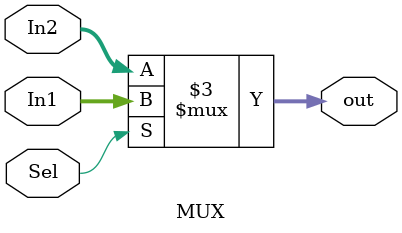
<source format=v>
module MUX #(parameter WIDTH=32)
(
 input wire    [WIDTH-1:0]     In1,In2,
 input wire                          Sel,
 output reg   [WIDTH-1:0]     out
);

always @(*)
 begin
     if(Sel)
	 out=In1 ;
	 else
	 out=In2 ;
 end

endmodule
</source>
